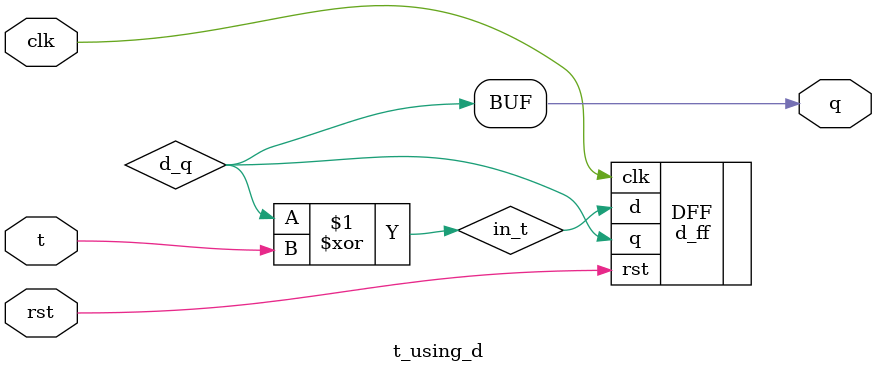
<source format=v>
`timescale 1ns / 1ps

module t_using_d(
input clk,
input rst,
input t,
output q 
    );
    
    wire d_q;
    wire in_t;
    
    // new input to D ff
    assign in_t = d_q ^ t;
    
    // d flip flop
    d_ff  DFF(.clk(clk),.rst(rst),.d(in_t),.q(d_q));
    
    assign q = d_q;
endmodule

</source>
